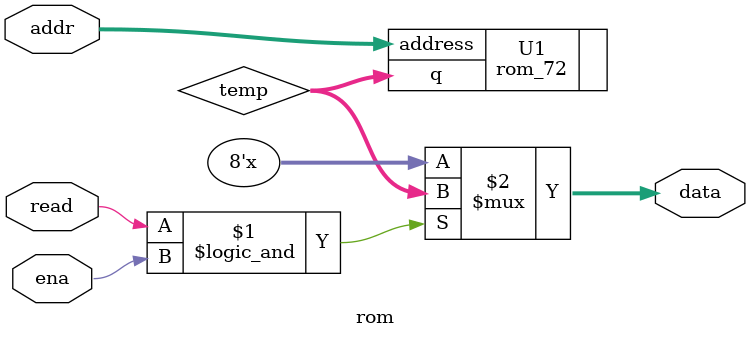
<source format=v>
module rom(data,addr,read,ena);
output [7:0] data;
input [12:0] addr;
input read,ena;
//reg [7:0] memory[13'h1fff:0];

wire [7:0] temp;
assign data=(read&&ena)?temp[7:0]:8'bzzzz_zzzz;

rom_72 U1(
	.address(addr),
	.q(temp));
	
endmodule 
</source>
